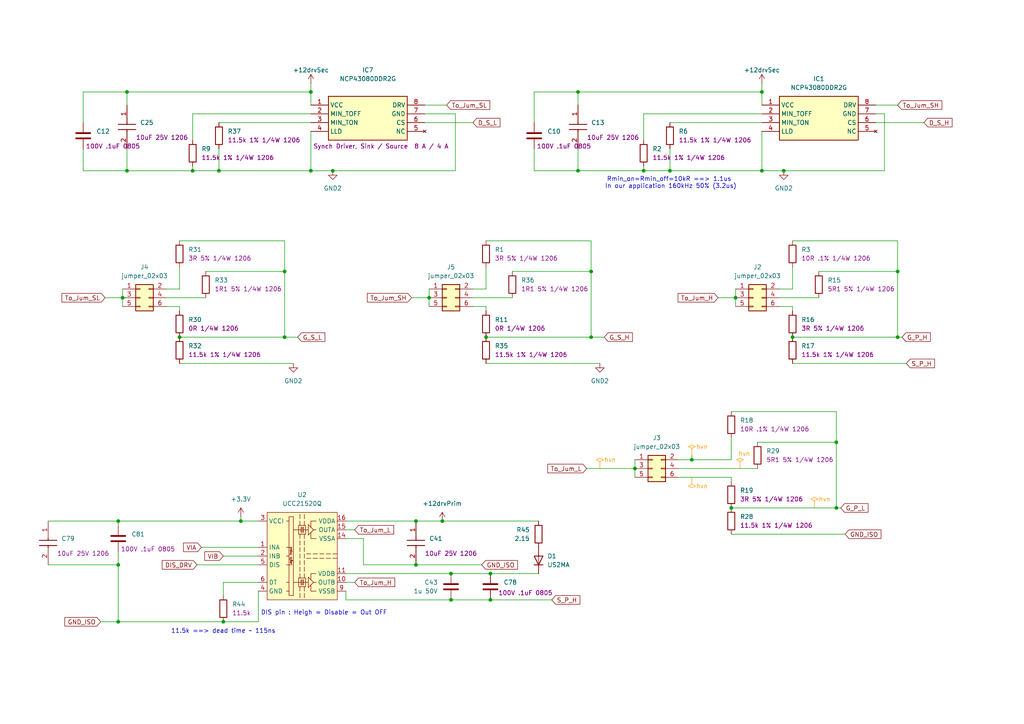
<source format=kicad_sch>
(kicad_sch (version 20250114) (generator "eeschema") (generator_version "9.0")
  (paper "A4")
  (title_block (title "LLC 400V/48V 1200W 100kHz") (date "2025-10-14") (rev "5") (company "Abdelaziz BOUZIANI"))
  (lib_symbols
    (symbol "Connector_Generic:Conn_02x03_Odd_Even" (pin_names (offset 1.016) (hide yes))
      (property "Reference" "J" (at 1.27 5.08 0))
      (property "Value" "Conn_02x03_Odd_Even" (at 1.27 -5.08 0))
      (symbol "Conn_02x03_Odd_Even_1_1"
        (rectangle (start -1.27 3.81) (end 3.81 -3.81) (stroke (width 0.254)) (fill (type background)))
        (rectangle (start -1.27 2.667) (end 0 2.413) (stroke (width 0.1524)))
        (rectangle (start -1.27 0.127) (end 0 -0.127) (stroke (width 0.1524)))
        (rectangle (start -1.27 -2.413) (end 0 -2.667) (stroke (width 0.1524)))
        (rectangle (start 3.81 2.667) (end 2.54 2.413) (stroke (width 0.1524)))
        (rectangle (start 3.81 0.127) (end 2.54 -0.127) (stroke (width 0.1524)))
        (rectangle (start 3.81 -2.413) (end 2.54 -2.667) (stroke (width 0.1524)))
        (pin passive line (at -5.08 2.54 0) (length 3.81) (name "Pin_1") (number "1"))
        (pin passive line (at -5.08 0 0) (length 3.81) (name "Pin_3") (number "3"))
        (pin passive line (at -5.08 -2.54 0) (length 3.81) (name "Pin_5") (number "5"))
        (pin passive line (at 7.62 2.54 180) (length 3.81) (name "Pin_2") (number "2"))
        (pin passive line (at 7.62 0 180) (length 3.81) (name "Pin_4") (number "4"))
        (pin passive line (at 7.62 -2.54 180) (length 3.81) (name "Pin_6") (number "6"))
      )
    )
    (symbol "Device:C" (pin_numbers (hide yes)) (pin_names (offset 0.254))
      (property "Reference" "C" (at 0.635 2.54 0))
      (property "Value" "C" (at 0.635 -2.54 0))
      (symbol "C_0_1"
        (polyline (pts (xy -2.032 0.762) (xy 2.032 0.762)) (stroke (width 0.508)))
        (polyline (pts (xy -2.032 -0.762) (xy 2.032 -0.762)) (stroke (width 0.508)))
      )
      (symbol "C_1_1"
        (pin passive line (at 0 3.81 270) (length 2.794) (name "~") (number "1"))
        (pin passive line (at 0 -3.81 90) (length 2.794) (name "~") (number "2"))
      )
    )
    (symbol "Device:R" (pin_numbers (hide yes)) (pin_names (offset 0))
      (property "Reference" "R" (at 2.032 0 90))
      (property "Value" "R" (at 0 0 90))
      (symbol "R_0_1"
        (rectangle (start -1.016 -2.54) (end 1.016 2.54) (stroke (width 0.254)))
      )
      (symbol "R_1_1"
        (pin passive line (at 0 3.81 270) (length 1.27) (name "~") (number "1"))
        (pin passive line (at 0 -3.81 90) (length 1.27) (name "~") (number "2"))
      )
    )
    (symbol "Diode:US2MA" (pin_numbers (hide yes)) (pin_names (hide yes))
      (property "Reference" "D" (at 0 2.54 0))
      (property "Value" "US2MA" (at 0 -2.54 0))
      (symbol "US2MA_0_1"
        (polyline (pts (xy -1.27 1.27) (xy -1.27 -1.27)) (stroke (width 0.254)))
        (polyline (pts (xy 1.27 1.27) (xy 1.27 -1.27) (xy -1.27 0) (xy 1.27 1.27)) (stroke (width 0.254)))
        (polyline (pts (xy 1.27 0) (xy -1.27 0)))
      )
      (symbol "US2MA_1_1"
        (pin passive line (at -3.81 0 0) (length 2.54) (name "K") (number "1"))
        (pin passive line (at 3.81 0 180) (length 2.54) (name "A") (number "2"))
      )
    )
    (symbol "Driver_FET:UCC21520ADW"
      (property "Reference" "U" (at 0 16.51 0))
      (property "Value" "UCC21520ADW" (at 0 13.97 0))
      (symbol "UCC21520ADW_0_0"
        (polyline (pts (xy -0.635 12.065) (xy -0.635 10.795)))
        (polyline (pts (xy -0.635 10.16) (xy -0.635 8.89)))
        (polyline (pts (xy -0.635 6.35) (xy -0.635 5.08)))
        (polyline (pts (xy -0.254 8.382) (xy -0.254 6.858)) (stroke (width 0.254)))
        (polyline (pts (xy -0.254 7.62) (xy -2.54 7.62)))
        (polyline (pts (xy -0.254 -6.858) (xy -0.254 -8.382)) (stroke (width 0.254)))
        (polyline (pts (xy -0.254 -7.62) (xy -2.54 -7.62)))
        (polyline (pts (xy 0.254 8.382) (xy 0.254 6.858)) (stroke (width 0.254)))
        (polyline (pts (xy 0.254 7.62) (xy 1.778 7.62)))
        (polyline (pts (xy 0.254 -6.858) (xy 0.254 -8.382)) (stroke (width 0.254)))
        (polyline (pts (xy 0.254 -7.62) (xy 1.778 -7.62)))
        (polyline (pts (xy 0.635 10.795) (xy 0.635 12.065)))
        (polyline (pts (xy 0.635 8.89) (xy 0.635 10.16)))
        (polyline (pts (xy 0.635 6.35) (xy 0.635 5.08)))
        (rectangle (start 1.016 8.89) (end -1.016 6.35))
        (rectangle (start 1.016 -6.35) (end -1.016 -8.89))
        (polyline (pts (xy 2.54 0.635) (xy 1.27 0.635)))
        (polyline (pts (xy 2.54 -0.635) (xy 1.27 -0.635)))
        (polyline (pts (xy 3.302 7.62) (xy 1.778 6.096) (xy 1.778 9.144) (xy 3.302 7.62)))
        (polyline (pts (xy 3.302 -7.62) (xy 1.778 -9.144) (xy 1.778 -6.096) (xy 3.302 -7.62)))
        (polyline (pts (xy 4.064 10.16) (xy 2.54 10.16) (xy 2.54 8.382)))
        (polyline (pts (xy 4.064 7.62) (xy 3.302 7.62)))
        (polyline (pts (xy 4.064 5.08) (xy 2.54 5.08) (xy 2.54 6.858)))
        (polyline (pts (xy 4.064 -5.08) (xy 2.54 -5.08) (xy 2.54 -6.858)))
        (polyline (pts (xy 4.064 -7.62) (xy 3.302 -7.62)))
        (polyline (pts (xy 4.064 -10.16) (xy 2.54 -10.16) (xy 2.54 -8.382)))
        (polyline (pts (xy 4.445 0.635) (xy 3.175 0.635)))
        (polyline (pts (xy 4.445 -0.635) (xy 3.175 -0.635)))
        (polyline (pts (xy 6.35 0.635) (xy 5.08 0.635)))
        (polyline (pts (xy 6.35 -0.635) (xy 5.08 -0.635)))
        (polyline (pts (xy 8.255 0.635) (xy 6.985 0.635)))
        (polyline (pts (xy 8.255 -0.635) (xy 6.985 -0.635)))
        (polyline (pts (xy 10.16 0.635) (xy 8.89 0.635)))
        (polyline (pts (xy 10.16 -0.635) (xy 8.89 -0.635)))
        (text "Logic Input" (at -3.302 0 900) (effects (font (size 0.635 0.635))))
      )
      (symbol "UCC21520ADW_0_1"
        (rectangle (start -3.81 11.43) (end -2.54 -11.43))
        (polyline (pts (xy -3.81 10.16) (xy -4.572 10.16)))
        (polyline (pts (xy -3.81 2.54) (xy -4.572 2.54)))
        (polyline (pts (xy -3.81 0) (xy -4.572 0)))
        (polyline (pts (xy -3.81 -2.54) (xy -4.572 -2.54)))
        (polyline (pts (xy -3.81 -7.62) (xy -4.572 -7.62)))
        (polyline (pts (xy -3.81 -10.16) (xy -4.572 -10.16)))
        (polyline (pts (xy -0.635 4.445) (xy -0.635 3.175)))
        (polyline (pts (xy -0.635 2.54) (xy -0.635 1.27)))
        (polyline (pts (xy -0.635 0.635) (xy -0.635 -0.635)))
        (polyline (pts (xy -0.635 -1.27) (xy -0.635 -2.54)))
        (polyline (pts (xy -0.635 -3.175) (xy -0.635 -4.445)))
        (polyline (pts (xy -0.635 -5.08) (xy -0.635 -6.35)))
        (polyline (pts (xy -0.635 -8.89) (xy -0.635 -10.16)))
        (polyline (pts (xy -0.635 -10.795) (xy -0.635 -12.065)))
        (polyline (pts (xy 0.635 4.445) (xy 0.635 3.175)))
        (polyline (pts (xy 0.635 2.54) (xy 0.635 1.27)))
        (polyline (pts (xy 0.635 0.635) (xy 0.635 -0.635)))
        (polyline (pts (xy 0.635 -1.27) (xy 0.635 -2.54)))
        (polyline (pts (xy 0.635 -3.175) (xy 0.635 -4.445)))
        (polyline (pts (xy 0.635 -5.08) (xy 0.635 -6.35)))
        (polyline (pts (xy 0.635 -8.89) (xy 0.635 -10.16)))
        (polyline (pts (xy 0.635 -10.795) (xy 0.635 -12.065)))
        (rectangle (start 10.16 12.7) (end -10.16 -12.7) (fill (type background)))
      )
      (symbol "UCC21520ADW_1_1"
        (pin power_in line (at -12.7 10.16 0) (length 2.54) (name "VCCI") (number "3"))
        (pin passive line (at -12.7 10.16 0) (length 2.54) (hide yes) (name "VCCI") (number "8"))
        (pin input line (at -12.7 2.54 0) (length 2.54) (name "INA") (number "1"))
        (pin input line (at -12.7 0 0) (length 2.54) (name "INB") (number "2"))
        (pin input line (at -12.7 -2.54 0) (length 2.54) (name "DIS") (number "5"))
        (pin passive line (at -12.7 -7.62 0) (length 2.54) (name "DT") (number "6"))
        (pin power_in line (at -12.7 -10.16 0) (length 2.54) (name "GND") (number "4"))
        (pin no_connect line (at -10.16 -5.08 0) (length 2.54) (hide yes) (name "NC") (number "7"))
        (pin no_connect line (at 10.16 2.54 180) (length 2.54) (hide yes) (name "NC") (number "13"))
        (pin no_connect line (at 10.16 -2.54 180) (length 2.54) (hide yes) (name "NC") (number "12"))
        (pin power_in line (at 12.7 10.16 180) (length 2.54) (name "VDDA") (number "16"))
        (pin output line (at 12.7 7.62 180) (length 2.54) (name "OUTA") (number "15"))
        (pin power_in line (at 12.7 5.08 180) (length 2.54) (name "VSSA") (number "14"))
        (pin power_in line (at 12.7 -5.08 180) (length 2.54) (name "VDDB") (number "11"))
        (pin output line (at 12.7 -7.62 180) (length 2.54) (name "OUTB") (number "10"))
        (pin power_in line (at 12.7 -10.16 180) (length 2.54) (name "VSSB") (number "9"))
      )
    )
    (symbol "GRM31CR71E106KA12K:GRM31CR71E106KA12K" (pin_names (hide yes))
      (property "Reference" "C" (at 8.89 6.35 0))
      (property "Value" "GRM31CR71E106KA12K" (at 8.89 3.81 0))
      (symbol "GRM31CR71E106KA12K_1_1"
        (polyline (pts (xy 5.08 0) (xy 5.588 0)) (stroke (width 0.254)))
        (polyline (pts (xy 5.588 2.54) (xy 5.588 -2.54)) (stroke (width 0.254)))
        (polyline (pts (xy 7.112 2.54) (xy 7.112 -2.54)) (stroke (width 0.254)))
        (polyline (pts (xy 7.112 0) (xy 7.62 0)) (stroke (width 0.254)))
        (pin passive line (at 0 0 0) (length 5.08) (name "1") (number "1"))
        (pin passive line (at 12.7 0 180) (length 5.08) (name "2") (number "2"))
      )
    )
    (symbol "NCP43080ADR2G:NCP43080ADR2G"
      (property "Reference" "IC" (at 29.21 7.62 0))
      (property "Value" "NCP43080ADR2G" (at 29.21 5.08 0))
      (symbol "NCP43080ADR2G_1_1"
        (rectangle (start 5.08 2.54) (end 27.94 -10.16) (stroke (width 0.254)) (fill (type background)))
        (pin passive line (at 0 0 0) (length 5.08) (name "VCC") (number "1"))
        (pin passive line (at 0 -2.54 0) (length 5.08) (name "MIN_TOFF") (number "2"))
        (pin passive line (at 0 -5.08 0) (length 5.08) (name "MIN_TON") (number "3"))
        (pin passive line (at 0 -7.62 0) (length 5.08) (name "LLD") (number "4"))
        (pin passive line (at 33.02 0 180) (length 5.08) (name "DRV") (number "8"))
        (pin passive line (at 33.02 -2.54 180) (length 5.08) (name "GND") (number "7"))
        (pin passive line (at 33.02 -5.08 180) (length 5.08) (name "CS") (number "6"))
        (pin no_connect line (at 33.02 -7.62 180) (length 5.08) (name "NC") (number "5"))
      )
    )
    (symbol "power:+12V" (power) (pin_numbers (hide yes)) (pin_names (offset 0) (hide yes))
      (property "Value" "+12V" (at 0 3.556 0))
      (symbol "+12V_0_1"
        (polyline (pts (xy -0.762 1.27) (xy 0 2.54)))
        (polyline (pts (xy 0 2.54) (xy 0.762 1.27)))
        (polyline (pts (xy 0 0) (xy 0 2.54)))
      )
      (symbol "+12V_1_1"
        (pin power_in line (at 0 0 90) (length 0) (name "~") (number "1"))
      )
    )
    (symbol "power:+5V" (power) (pin_numbers (hide yes)) (pin_names (offset 0) (hide yes))
      (property "Value" "+5V" (at 0 3.556 0))
      (symbol "+5V_0_1"
        (polyline (pts (xy -0.762 1.27) (xy 0 2.54)))
        (polyline (pts (xy 0 2.54) (xy 0.762 1.27)))
        (polyline (pts (xy 0 0) (xy 0 2.54)))
      )
      (symbol "+5V_1_1"
        (pin power_in line (at 0 0 90) (length 0) (name "~") (number "1"))
      )
    )
    (symbol "power:GND2" (power) (pin_numbers (hide yes)) (pin_names (offset 0) (hide yes))
      (property "Value" "GND2" (at 0 -3.81 0))
      (symbol "GND2_0_1"
        (polyline (pts (xy 0 0) (xy 0 -1.27) (xy 1.27 -1.27) (xy 0 -2.54) (xy -1.27 -1.27) (xy 0 -1.27)))
      )
      (symbol "GND2_1_1"
        (pin power_in line (at 0 0 270) (length 0) (name "~") (number "1"))
      )
    )
  )
  (text "11.5k ==> dead time ~ 115ns" (at 64.77 183.134 0) (effects (font (size 1.27 1.27))))
  (text "Rmin_on=Rmin_off=10kR ==> 1.1us \nIn our application 160kHz 50% (3.2us)" (at 194.564 53.086 0) (effects (font (size 1.27 1.27))))
  (text "DIS pin : Heigh = Disable = Out OFF" (at 93.98 177.8 0) (effects (font (size 1.27 1.27))))
  (junction (at 140.97 97.79))
  (junction (at 220.98 26.67))
  (junction (at 35.56 86.36))
  (junction (at 82.55 78.74))
  (junction (at 52.07 97.79))
  (junction (at 36.83 26.67))
  (junction (at 242.57 128.27))
  (junction (at 82.55 97.79))
  (junction (at 260.35 97.79))
  (junction (at 34.29 151.13))
  (junction (at 200.66 133.35))
  (junction (at 69.85 151.13))
  (junction (at 128.27 151.13))
  (junction (at 130.81 173.99))
  (junction (at 142.24 173.99))
  (junction (at 186.69 49.53))
  (junction (at 184.15 135.89))
  (junction (at 34.29 180.34))
  (junction (at 34.29 163.83))
  (junction (at 63.5 49.53))
  (junction (at 220.98 49.53))
  (junction (at 90.17 49.53))
  (junction (at 260.35 78.74))
  (junction (at 55.88 49.53))
  (junction (at 96.52 49.53))
  (junction (at 194.31 49.53))
  (junction (at 36.83 49.53))
  (junction (at 167.64 49.53))
  (junction (at 90.17 26.67))
  (junction (at 64.77 180.34))
  (junction (at 120.65 163.83))
  (junction (at 142.24 166.37))
  (junction (at 213.36 86.36))
  (junction (at 171.45 97.79))
  (junction (at 124.46 86.36))
  (junction (at 227.33 49.53))
  (junction (at 120.65 151.13))
  (junction (at 171.45 78.74))
  (junction (at 167.64 26.67))
  (junction (at 130.81 166.37))
  (junction (at 229.87 97.79))
  (junction (at 242.57 147.32))
  (junction (at 212.09 147.32))
  (wire (pts (xy 229.87 83.82) (xy 226.06 83.82)))
  (wire (pts (xy 123.19 33.02) (xy 132.08 33.02)))
  (wire (pts (xy 100.33 173.99) (xy 100.33 171.45)))
  (wire (pts (xy 74.93 168.91) (xy 64.77 168.91)))
  (wire (pts (xy 154.94 26.67) (xy 154.94 35.56)))
  (wire (pts (xy 13.97 151.13) (xy 34.29 151.13)))
  (wire (pts (xy 237.49 78.74) (xy 260.35 78.74)))
  (wire (pts (xy 156.21 151.13) (xy 128.27 151.13)))
  (wire (pts (xy 213.36 83.82) (xy 213.36 86.36)))
  (wire (pts (xy 220.98 26.67) (xy 220.98 30.48)))
  (wire (pts (xy 200.66 132.08) (xy 200.66 133.35)))
  (wire (pts (xy 254 35.56) (xy 267.97 35.56)))
  (wire (pts (xy 137.16 88.9) (xy 140.97 88.9)))
  (wire (pts (xy 227.33 49.53) (xy 256.54 49.53)))
  (wire (pts (xy 196.85 138.43) (xy 212.09 138.43)))
  (wire (pts (xy 74.93 163.83) (xy 57.15 163.83)))
  (wire (pts (xy 63.5 49.53) (xy 90.17 49.53)))
  (wire (pts (xy 229.87 77.47) (xy 229.87 83.82)))
  (wire (pts (xy 140.97 77.47) (xy 140.97 83.82)))
  (wire (pts (xy 52.07 105.41) (xy 85.09 105.41)))
  (wire (pts (xy 52.07 97.79) (xy 82.55 97.79)))
  (wire (pts (xy 140.97 97.79) (xy 171.45 97.79)))
  (wire (pts (xy 184.15 135.89) (xy 184.15 138.43)))
  (wire (pts (xy 167.64 43.18) (xy 167.64 49.53)))
  (wire (pts (xy 74.93 180.34) (xy 64.77 180.34)))
  (wire (pts (xy 154.94 26.67) (xy 167.64 26.67)))
  (wire (pts (xy 100.33 166.37) (xy 130.81 166.37)))
  (wire (pts (xy 140.97 105.41) (xy 173.99 105.41)))
  (wire (pts (xy 24.13 26.67) (xy 36.83 26.67)))
  (wire (pts (xy 96.52 49.53) (xy 132.08 49.53)))
  (wire (pts (xy 154.94 49.53) (xy 167.64 49.53)))
  (wire (pts (xy 69.85 151.13) (xy 69.85 149.86)))
  (wire (pts (xy 105.41 163.83) (xy 120.65 163.83)))
  (wire (pts (xy 90.17 26.67) (xy 90.17 30.48)))
  (wire (pts (xy 167.64 26.67) (xy 220.98 26.67)))
  (wire (pts (xy 105.41 156.21) (xy 100.33 156.21)))
  (wire (pts (xy 63.5 35.56) (xy 90.17 35.56)))
  (wire (pts (xy 90.17 24.13) (xy 90.17 26.67)))
  (wire (pts (xy 260.35 78.74) (xy 260.35 97.79)))
  (wire (pts (xy 69.85 151.13) (xy 74.93 151.13)))
  (wire (pts (xy 13.97 163.83) (xy 34.29 163.83)))
  (wire (pts (xy 52.07 77.47) (xy 52.07 83.82)))
  (wire (pts (xy 171.45 69.85) (xy 171.45 78.74)))
  (wire (pts (xy 212.09 147.32) (xy 242.57 147.32)))
  (wire (pts (xy 30.48 86.36) (xy 35.56 86.36)))
  (wire (pts (xy 96.52 49.53) (xy 90.17 49.53)))
  (wire (pts (xy 100.33 173.99) (xy 130.81 173.99)))
  (wire (pts (xy 55.88 49.53) (xy 63.5 49.53)))
  (wire (pts (xy 229.87 90.17) (xy 229.87 88.9)))
  (wire (pts (xy 100.33 151.13) (xy 120.65 151.13)))
  (wire (pts (xy 140.97 83.82) (xy 137.16 83.82)))
  (wire (pts (xy 213.36 86.36) (xy 213.36 88.9)))
  (wire (pts (xy 229.87 97.79) (xy 260.35 97.79)))
  (wire (pts (xy 36.83 49.53) (xy 55.88 49.53)))
  (wire (pts (xy 154.94 43.18) (xy 154.94 49.53)))
  (wire (pts (xy 64.77 168.91) (xy 64.77 172.72)))
  (wire (pts (xy 212.09 127) (xy 212.09 133.35)))
  (wire (pts (xy 170.18 135.89) (xy 184.15 135.89)))
  (wire (pts (xy 167.64 26.67) (xy 167.64 30.48)))
  (wire (pts (xy 36.83 26.67) (xy 90.17 26.67)))
  (wire (pts (xy 55.88 40.64) (xy 55.88 33.02)))
  (wire (pts (xy 29.21 180.34) (xy 34.29 180.34)))
  (wire (pts (xy 82.55 69.85) (xy 82.55 78.74)))
  (wire (pts (xy 34.29 151.13) (xy 34.29 152.4)))
  (wire (pts (xy 59.69 78.74) (xy 82.55 78.74)))
  (wire (pts (xy 229.87 105.41) (xy 262.89 105.41)))
  (wire (pts (xy 212.09 154.94) (xy 245.11 154.94)))
  (wire (pts (xy 229.87 69.85) (xy 260.35 69.85)))
  (wire (pts (xy 52.07 69.85) (xy 82.55 69.85)))
  (wire (pts (xy 226.06 88.9) (xy 229.87 88.9)))
  (wire (pts (xy 55.88 48.26) (xy 55.88 49.53)))
  (wire (pts (xy 142.24 166.37) (xy 156.21 166.37)))
  (wire (pts (xy 200.66 133.35) (xy 212.09 133.35)))
  (wire (pts (xy 171.45 97.79) (xy 175.26 97.79)))
  (wire (pts (xy 260.35 97.79) (xy 261.62 97.79)))
  (wire (pts (xy 124.46 83.82) (xy 124.46 86.36)))
  (wire (pts (xy 52.07 90.17) (xy 52.07 88.9)))
  (wire (pts (xy 34.29 163.83) (xy 34.29 180.34)))
  (wire (pts (xy 120.65 163.83) (xy 139.7 163.83)))
  (wire (pts (xy 242.57 147.32) (xy 243.84 147.32)))
  (wire (pts (xy 64.77 161.29) (xy 74.93 161.29)))
  (wire (pts (xy 34.29 180.34) (xy 64.77 180.34)))
  (wire (pts (xy 184.15 133.35) (xy 184.15 135.89)))
  (wire (pts (xy 52.07 83.82) (xy 48.26 83.82)))
  (wire (pts (xy 36.83 26.67) (xy 36.83 30.48)))
  (wire (pts (xy 119.38 86.36) (xy 124.46 86.36)))
  (wire (pts (xy 137.16 86.36) (xy 148.59 86.36)))
  (wire (pts (xy 100.33 168.91) (xy 102.87 168.91)))
  (wire (pts (xy 140.97 69.85) (xy 171.45 69.85)))
  (wire (pts (xy 58.42 158.75) (xy 74.93 158.75)))
  (wire (pts (xy 105.41 163.83) (xy 105.41 156.21)))
  (wire (pts (xy 130.81 166.37) (xy 142.24 166.37)))
  (wire (pts (xy 82.55 97.79) (xy 86.36 97.79)))
  (wire (pts (xy 74.93 171.45) (xy 74.93 180.34)))
  (wire (pts (xy 254 30.48) (xy 260.35 30.48)))
  (wire (pts (xy 171.45 78.74) (xy 171.45 97.79)))
  (wire (pts (xy 186.69 33.02) (xy 220.98 33.02)))
  (wire (pts (xy 123.19 35.56) (xy 137.16 35.56)))
  (wire (pts (xy 194.31 35.56) (xy 220.98 35.56)))
  (wire (pts (xy 35.56 83.82) (xy 35.56 86.36)))
  (wire (pts (xy 167.64 49.53) (xy 186.69 49.53)))
  (wire (pts (xy 24.13 26.67) (xy 24.13 35.56)))
  (wire (pts (xy 194.31 43.18) (xy 194.31 49.53)))
  (wire (pts (xy 55.88 33.02) (xy 90.17 33.02)))
  (wire (pts (xy 132.08 33.02) (xy 132.08 49.53)))
  (wire (pts (xy 220.98 38.1) (xy 220.98 49.53)))
  (wire (pts (xy 34.29 151.13) (xy 69.85 151.13)))
  (wire (pts (xy 220.98 24.13) (xy 220.98 26.67)))
  (wire (pts (xy 142.24 173.99) (xy 160.02 173.99)))
  (wire (pts (xy 35.56 86.36) (xy 35.56 88.9)))
  (wire (pts (xy 242.57 128.27) (xy 242.57 147.32)))
  (wire (pts (xy 48.26 88.9) (xy 52.07 88.9)))
  (wire (pts (xy 256.54 33.02) (xy 256.54 49.53)))
  (wire (pts (xy 212.09 119.38) (xy 242.57 119.38)))
  (wire (pts (xy 200.66 133.35) (xy 196.85 133.35)))
  (wire (pts (xy 227.33 49.53) (xy 220.98 49.53)))
  (wire (pts (xy 194.31 49.53) (xy 220.98 49.53)))
  (wire (pts (xy 186.69 49.53) (xy 194.31 49.53)))
  (wire (pts (xy 186.69 40.64) (xy 186.69 33.02)))
  (wire (pts (xy 242.57 119.38) (xy 242.57 128.27)))
  (wire (pts (xy 208.28 86.36) (xy 213.36 86.36)))
  (wire (pts (xy 120.65 151.13) (xy 128.27 151.13)))
  (wire (pts (xy 140.97 90.17) (xy 140.97 88.9)))
  (wire (pts (xy 212.09 138.43) (xy 212.09 139.7)))
  (wire (pts (xy 34.29 160.02) (xy 34.29 163.83)))
  (wire (pts (xy 186.69 48.26) (xy 186.69 49.53)))
  (wire (pts (xy 254 33.02) (xy 256.54 33.02)))
  (wire (pts (xy 260.35 69.85) (xy 260.35 78.74)))
  (wire (pts (xy 226.06 86.36) (xy 237.49 86.36)))
  (wire (pts (xy 130.81 173.99) (xy 142.24 173.99)))
  (wire (pts (xy 24.13 43.18) (xy 24.13 49.53)))
  (wire (pts (xy 219.71 128.27) (xy 242.57 128.27)))
  (wire (pts (xy 82.55 78.74) (xy 82.55 97.79)))
  (wire (pts (xy 48.26 86.36) (xy 59.69 86.36)))
  (wire (pts (xy 24.13 49.53) (xy 36.83 49.53)))
  (wire (pts (xy 63.5 43.18) (xy 63.5 49.53)))
  (wire (pts (xy 90.17 38.1) (xy 90.17 49.53)))
  (wire (pts (xy 100.33 153.67) (xy 102.87 153.67)))
  (wire (pts (xy 148.59 78.74) (xy 171.45 78.74)))
  (wire (pts (xy 123.19 30.48) (xy 129.54 30.48)))
  (wire (pts (xy 36.83 43.18) (xy 36.83 49.53)))
  (wire (pts (xy 196.85 135.89) (xy 219.71 135.89)))
  (wire (pts (xy 124.46 86.36) (xy 124.46 88.9)))
  (global_label "To_Jum_L" (shape input) (at 102.87 153.67 0) (property "Intersheetrefs" "${INTERSHEET_REFS}" (effects (hide yes))))
  (global_label "To_Jum_SL" (shape input) (at 30.48 86.36 180) (property "Intersheetrefs" "${INTERSHEET_REFS}" (effects (hide yes))))
  (global_label "To_Jum_SH" (shape input) (at 260.35 30.48 0) (property "Intersheetrefs" "${INTERSHEET_REFS}" (effects (hide yes))))
  (global_label "G_S_L" (shape input) (at 86.36 97.79 0) (property "Intersheetrefs" "${INTERSHEET_REFS}" (effects (hide yes))))
  (global_label "To_Jum_SL" (shape input) (at 129.54 30.48 0) (property "Intersheetrefs" "${INTERSHEET_REFS}" (effects (hide yes))))
  (global_label "GND_ISO" (shape input) (at 139.7 163.83 0) (property "Intersheetrefs" "${INTERSHEET_REFS}" (effects (hide yes))))
  (global_label "D_S_L" (shape input) (at 137.16 35.56 0) (property "Intersheetrefs" "${INTERSHEET_REFS}" (effects (hide yes))))
  (global_label "G_P_L" (shape input) (at 243.84 147.32 0) (property "Intersheetrefs" "${INTERSHEET_REFS}" (effects (hide yes))))
  (global_label "S_P_H" (shape input) (at 262.89 105.41 0) (property "Intersheetrefs" "${INTERSHEET_REFS}" (effects (hide yes))))
  (global_label "G_P_H" (shape input) (at 261.62 97.79 0) (property "Intersheetrefs" "${INTERSHEET_REFS}" (effects (hide yes))))
  (global_label "To_Jum_H" (shape input) (at 102.87 168.91 0) (property "Intersheetrefs" "${INTERSHEET_REFS}" (effects (hide yes))))
  (global_label "S_P_H" (shape input) (at 160.02 173.99 0) (property "Intersheetrefs" "${INTERSHEET_REFS}" (effects (hide yes))))
  (global_label "G_S_H" (shape input) (at 175.26 97.79 0) (property "Intersheetrefs" "${INTERSHEET_REFS}" (effects (hide yes))))
  (global_label "To_Jum_H" (shape input) (at 208.28 86.36 180) (property "Intersheetrefs" "${INTERSHEET_REFS}" (effects (hide yes))))
  (global_label "VIB" (shape input) (at 64.77 161.29 180) (property "Intersheetrefs" "${INTERSHEET_REFS}" (effects (hide yes))))
  (global_label "To_Jum_L" (shape input) (at 170.18 135.89 180) (property "Intersheetrefs" "${INTERSHEET_REFS}" (effects (hide yes))))
  (global_label "D_S_H" (shape input) (at 267.97 35.56 0) (property "Intersheetrefs" "${INTERSHEET_REFS}" (effects (hide yes))))
  (global_label "To_Jum_SH" (shape input) (at 119.38 86.36 180) (property "Intersheetrefs" "${INTERSHEET_REFS}" (effects (hide yes))))
  (global_label "DIS_DRV" (shape input) (at 57.15 163.83 180) (property "Intersheetrefs" "${INTERSHEET_REFS}" (effects (hide yes))))
  (global_label "GND_ISO" (shape input) (at 245.11 154.94 0) (property "Intersheetrefs" "${INTERSHEET_REFS}" (effects (hide yes))))
  (global_label "GND_ISO" (shape input) (at 29.21 180.34 180) (property "Intersheetrefs" "${INTERSHEET_REFS}" (effects (hide yes))))
  (global_label "VIA" (shape input) (at 58.42 158.75 180) (property "Intersheetrefs" "${INTERSHEET_REFS}" (effects (hide yes))))
  (netclass_flag "" (length 2.54) (shape diamond) (at 214.63 135.89 0) (property "Netclass" "hvn" (at 214.122 131.572 0) (effects (justify left))))
  (netclass_flag "" (length 2.54) (shape diamond) (at 200.66 138.43 180) (property "Netclass" "hvn" (at 201.8665 140.97 0) (effects (justify left))))
  (netclass_flag "" (length 2.54) (shape diamond) (at 200.66 132.08 0) (property "Netclass" "hvn" (at 201.8665 129.54 0) (effects (justify left))))
  (netclass_flag "" (length 2.54) (shape diamond) (at 236.22 147.32 0) (property "Netclass" "hvn" (at 237.4265 144.78 0) (effects (justify left))))
  (netclass_flag "" (length 2.54) (shape diamond) (at 173.99 135.89 0) (property "Netclass" "hvn" (at 175.1965 133.35 0) (effects (justify left))))
  (symbol (lib_id "Device:R") (at 229.87 93.98 0) (unit 1)
    (property "Reference" "R16" (at 232.41 92.7099 0) (effects (justify left)))
    (property "Value" "KTR18EZPJ3R0" (effects (hide yes)))
    (property "Footprint" "Resistor_SMD:R_1206_3216Metric" (effects (hide yes)))
    (property "Datasheet" "https://fscdn.rohm.com/en/products/databook/datasheet/passive/resistor/chip_resistor/ktr-e.pdf" (effects (hide yes)))
    (property "Description" "3R 5% 1/4W 1206" (at 232.41 95.2499 0) (effects (justify left)))
    (property "Mouser Part Number" "755-KTR18EZPJ3R0" (effects (hide yes)))
    (property "Manufacturer_Name  " "ROHM Semiconductor" (effects (hide yes)))
    (property "Manufacturer_Part_Number " "KTR18EZPJ3R0" (effects (hide yes)))
  )
  (symbol (lib_id "Device:R") (at 52.07 93.98 0) (unit 1)
    (property "Reference" "R30" (at 54.61 92.7099 0) (effects (justify left)))
    (property "Value" "CRCW12060000Z0EAC" (effects (hide yes)))
    (property "Footprint" "Resistor_SMD:R_1206_3216Metric" (effects (hide yes)))
    (property "Datasheet" "https://www.vishay.com/docs/28773/crcwce3.pdf" (effects (hide yes)))
    (property "Description" "0R 1/4W 1206" (at 54.61 95.2499 0) (effects (justify left)))
    (property "Mouser Part Number" "71-CRCW12060000Z0EAC" (effects (hide yes)))
    (property "Manufacturer_Name  " "Vishay" (effects (hide yes)))
    (property "Manufacturer_Part_Number " "CRCW12060000Z0EAC" (effects (hide yes)))
  )
  (symbol (lib_id "Device:R") (at 237.49 82.55 0) (unit 1)
    (property "Reference" "R15" (at 240.03 81.2799 0) (effects (justify left)))
    (property "Value" "M251206BB5108JP500" (effects (hide yes)))
    (property "Footprint" "Resistor_SMD:R_1206_3216Metric" (effects (hide yes)))
    (property "Datasheet" "https://www.vishay.com/doc?20031" (effects (hide yes)))
    (property "Description" "5R1 5% 1/4W 1206" (at 240.03 83.8199 0) (effects (justify left)))
    (property "Mouser Part Number" "71-M251206BB5108JP50" (effects (hide yes)))
    (property "Manufacturer_Name  " "Vishay / Dale" (effects (hide yes)))
    (property "Manufacturer_Part_Number " "M251206BB5108JP500" (effects (hide yes)))
  )
  (symbol (lib_id "Device:R") (at 212.09 143.51 0) (unit 1)
    (property "Reference" "R19" (at 214.63 142.2399 0) (effects (justify left)))
    (property "Value" "KTR18EZPJ3R0" (effects (hide yes)))
    (property "Footprint" "Resistor_SMD:R_1206_3216Metric" (effects (hide yes)))
    (property "Datasheet" "https://fscdn.rohm.com/en/products/databook/datasheet/passive/resistor/chip_resistor/ktr-e.pdf" (effects (hide yes)))
    (property "Description" "3R 5% 1/4W 1206" (at 214.63 144.7799 0) (effects (justify left)))
    (property "Mouser Part Number" "755-KTR18EZPJ3R0" (effects (hide yes)))
    (property "Manufacturer_Name  " "ROHM Semiconductor" (effects (hide yes)))
    (property "Manufacturer_Part_Number " "KTR18EZPJ3R0" (effects (hide yes)))
  )
  (symbol (lib_id "Driver_FET:UCC21520ADW") (at 87.63 161.29 0) (unit 1)
    (property "Reference" "U2" (at 87.63 143.51 0))
    (property "Value" "UCC21520Q" (at 87.63 146.05 0))
    (property "Footprint" "Package_SO:SOIC-16W_7.5x10.3mm_P1.27mm" (effects (hide yes)))
    (property "Datasheet" "http://www.ti.com/lit/ds/symlink/ucc21520.pdf" (effects (hide yes)))
    (property "Description" "Isolated Dual-Channel Gate Driver, Output Current 4.0/6.0A, 5.7kV Isolation, 5V UVLO, SOIC-16W" (effects (hide yes)))
  )
  (symbol (lib_id "Device:R") (at 148.59 82.55 0) (unit 1)
    (property "Reference" "R36" (at 151.13 81.2799 0) (effects (justify left)))
    (property "Value" "RC1206JR-071R1L" (effects (hide yes)))
    (property "Footprint" "Resistor_SMD:R_1206_3216Metric" (effects (hide yes)))
    (property "Datasheet" "https://www.mouser.fr/datasheet/3/508/1/PYu-RC_Group_51_RoHS_L_12.pdf" (effects (hide yes)))
    (property "Description" "1R1 5% 1/4W 1206" (at 151.13 83.8199 0) (effects (justify left)))
    (property "Mouser Part Number" "603-RC1206JR-071R1L" (effects (hide yes)))
    (property "Manufacturer_Name  " "YAGEO" (effects (hide yes)))
    (property "Manufacturer_Part_Number " "RC1206JR-071R1L" (effects (hide yes)))
  )
  (symbol (lib_id "Device:C") (at 154.94 39.37 0) (unit 1)
    (property "Reference" "C10" (at 158.75 38.0999 0) (effects (justify left)))
    (property "Value" "SH21B104K101CT" (effects (hide yes)))
    (property "Footprint" "Capacitor_SMD:C_0805_2012Metric" (effects (hide yes)))
    (property "Datasheet" "https://www.mouser.fr/datasheet/3/317/1/WTC_MLCC_Soft_term_SH.pdf" (effects (hide yes)))
    (property "Description" "100V .1uF 0805" (at 163.576 42.418 0))
    (property "Manufacturer_Name" "Walsin" (effects (hide yes)))
    (property "Manufacturer_Part_Number " "SH21B104K101CT" (effects (hide yes)))
    (property "Mouser Part Number" "791-SH21B104K101CT" (effects (hide yes)))
  )
  (symbol (lib_id "Device:R") (at 140.97 101.6 0) (unit 1)
    (property "Reference" "R35" (at 143.51 100.3299 0) (effects (justify left)))
    (property "Value" "RC1206FR-0711K5L" (effects (hide yes)))
    (property "Footprint" "Resistor_SMD:R_1206_3216Metric" (effects (hide yes)))
    (property "Datasheet" "www.mouser.com/catalog/specsheets/YAGEO_PYu_RC_Group_51_RoHS_L_12.pdf" (effects (hide yes)))
    (property "Description" "11.5k 1% 1/4W 1206" (at 143.51 102.8699 0) (effects (justify left)))
    (property "Mouser Part Number" "603-RC1206FR-0711K5L" (effects (hide yes)))
    (property "Manufacturer_Name  " "YAGEO" (effects (hide yes)))
    (property "Manufacturer_Part_Number " "RC1206FR-0711K5L" (effects (hide yes)))
  )
  (symbol (lib_id "Diode:US2MA") (at 156.21 162.56 270) (mirror x) (unit 1)
    (property "Reference" "D1" (at 158.75 161.2899 90) (effects (justify left)))
    (property "Value" "US2MA" (at 158.75 163.8299 90) (effects (justify left)))
    (property "Footprint" "Diode_SMD:D_SMA" (effects (hide yes)))
    (property "Datasheet" "https://www.onsemi.com/pub/Collateral/US2AA-D.PDF" (effects (hide yes)))
    (property "Description" "1000V, 1.5A, General Purpose Rectifier Diode, SMA(DO-214AC)" (effects (hide yes)))
    (property "Sim.Device" "D" (effects (hide yes)))
    (property "Sim.Pins" "1=K 2=A" (effects (hide yes)))
  )
  (symbol (lib_id "Device:R") (at 229.87 101.6 0) (unit 1)
    (property "Reference" "R17" (at 232.41 100.3299 0) (effects (justify left)))
    (property "Value" "RC1206FR-0711K5L" (effects (hide yes)))
    (property "Footprint" "Resistor_SMD:R_1206_3216Metric" (effects (hide yes)))
    (property "Datasheet" "www.mouser.com/catalog/specsheets/YAGEO_PYu_RC_Group_51_RoHS_L_12.pdf" (effects (hide yes)))
    (property "Description" "11.5k 1% 1/4W 1206" (at 232.41 102.8699 0) (effects (justify left)))
    (property "Mouser Part Number" "603-RC1206FR-0711K5L" (effects (hide yes)))
    (property "Manufacturer_Name  " "YAGEO" (effects (hide yes)))
    (property "Manufacturer_Part_Number " "RC1206FR-0711K5L" (effects (hide yes)))
  )
  (symbol (lib_id "power:+12V") (at 220.98 24.13 0) (unit 1)
    (property "Reference" "#PWR011" (effects (hide yes)))
    (property "Value" "+12drvSec" (at 220.98 20.32 0))
    (property "Description" "Power symbol creates a global label with name \"+12V\"" (effects (hide yes)))
  )
  (symbol (lib_id "Device:R") (at 212.09 123.19 0) (unit 1)
    (property "Reference" "R18" (at 214.63 121.9199 0) (effects (justify left)))
    (property "Value" "RNCE1206BTE10R0" (effects (hide yes)))
    (property "Footprint" "Resistor_SMD:R_1206_3216Metric" (effects (hide yes)))
    (property "Datasheet" "https://www.mouser.fr/datasheet/3/1099/1/SEI-RNCE.pdf" (effects (hide yes)))
    (property "Description" "10R .1% 1/4W 1206" (at 214.63 124.4599 0) (effects (justify left)))
    (property "Mouser Part Number" "708-RNCE1206BTE10R0" (effects (hide yes)))
    (property "Manufacturer_Name  " "SEI Stackpole" (effects (hide yes)))
    (property "Manufacturer_Part_Number " "RNCE1206BTE10R0" (effects (hide yes)))
  )
  (symbol (lib_id "Device:R") (at 64.77 176.53 0) (unit 1)
    (property "Reference" "R44" (at 67.31 175.2599 0) (effects (justify left)))
    (property "Value" "RC1206FR-0711K5L" (effects (hide yes)))
    (property "Footprint" "Resistor_SMD:R_1206_3216Metric" (effects (hide yes)))
    (property "Datasheet" "www.mouser.com/catalog/specsheets/YAGEO_PYu_RC_Group_51_RoHS_L_12.pdf" (effects (hide yes)))
    (property "Description" "11.5k" (at 67.31 177.7999 0) (effects (justify left)))
    (property "Mouser Part Number" "603-RC1206FR-0711K5L" (effects (hide yes)))
    (property "Manufacturer_Name  " "YAGEO" (effects (hide yes)))
    (property "Manufacturer_Part_Number " "RC1206FR-0711K5L" (effects (hide yes)))
  )
  (symbol (lib_id "Device:R") (at 63.5 39.37 0) (unit 1)
    (property "Reference" "R37" (at 66.04 38.0999 0) (effects (justify left)))
    (property "Value" "RC1206FR-0711K5L" (effects (hide yes)))
    (property "Footprint" "Resistor_SMD:R_1206_3216Metric" (effects (hide yes)))
    (property "Datasheet" "www.mouser.com/catalog/specsheets/YAGEO_PYu_RC_Group_51_RoHS_L_12.pdf" (effects (hide yes)))
    (property "Description" "11.5k 1% 1/4W 1206" (at 66.04 40.6399 0) (effects (justify left)))
    (property "Mouser Part Number" "603-RC1206FR-0711K5L" (effects (hide yes)))
    (property "Manufacturer_Name  " "YAGEO" (effects (hide yes)))
    (property "Manufacturer_Part_Number " "RC1206FR-0711K5L" (effects (hide yes)))
  )
  (symbol (lib_id "power:+12V") (at 90.17 24.13 0) (unit 1)
    (property "Reference" "#PWR013" (effects (hide yes)))
    (property "Value" "+12drvSec" (at 90.17 20.32 0))
    (property "Description" "Power symbol creates a global label with name \"+12V\"" (effects (hide yes)))
  )
  (symbol (lib_id "GRM31CR71E106KA12K:GRM31CR71E106KA12K") (at 167.64 30.48 270) (unit 1)
    (property "Reference" "C13" (at 171.45 35.5599 90) (effects (justify left)))
    (property "Value" "GRM31CR71E106KA12K" (effects (hide yes)))
    (property "Footprint" "GRM31CR71E106KA12K:GRM31x" (effects (hide yes)))
    (property "Datasheet" "https://search.murata.co.jp/Ceramy/image/img/A01X/G101/ENG/GRM31CR71E106KA12-01CA.pdf" (effects (hide yes)))
    (property "Description" "10uF 25V 1206" (at 177.8 39.878 90))
    (property "Height" "1.25" (effects (hide yes)))
    (property "Mouser Part Number" "81-GRM31CR71E106KA2K" (effects (hide yes)))
    (property "Mouser Price/Stock" "https://www.mouser.co.uk/ProductDetail/Murata-Electronics/GRM31CR71E106KA12K?qs=raY79WRVTyM6xGVExNjdaw%3D%3D" (effects (hide yes)))
    (property "Manufacturer_Name" "Murata Electronics" (effects (hide yes)))
    (property "Manufacturer_Part_Number" "GRM31CR71E106KA12K" (effects (hide yes)))
  )
  (symbol (lib_id "Device:R") (at 219.71 132.08 0) (unit 1)
    (property "Reference" "R29" (at 222.25 130.8099 0) (effects (justify left)))
    (property "Value" "M251206BB5108JP500" (effects (hide yes)))
    (property "Footprint" "Resistor_SMD:R_1206_3216Metric" (effects (hide yes)))
    (property "Datasheet" "https://www.vishay.com/doc?20031" (effects (hide yes)))
    (property "Description" "5R1 5% 1/4W 1206" (at 222.25 133.3499 0) (effects (justify left)))
    (property "Mouser Part Number" "71-M251206BB5108JP50" (effects (hide yes)))
    (property "Manufacturer_Name  " "Vishay / Dale" (effects (hide yes)))
    (property "Manufacturer_Part_Number " "M251206BB5108JP500" (effects (hide yes)))
  )
  (symbol (lib_id "Device:R") (at 52.07 73.66 0) (unit 1)
    (property "Reference" "R31" (at 54.61 72.3899 0) (effects (justify left)))
    (property "Value" "KTR18EZPJ3R0" (effects (hide yes)))
    (property "Footprint" "Resistor_SMD:R_1206_3216Metric" (effects (hide yes)))
    (property "Datasheet" "https://www.rohm.com/datasheet?p=KTR18EZPJ&dist=Mouser&media=referral&source=mouser.com&campaign=Mouser" (effects (hide yes)))
    (property "Description" "3R 5% 1/4W 1206" (at 54.61 74.9299 0) (effects (justify left)))
    (property "Mouser Part Number" "755-KTR18EZPJ3R0" (effects (hide yes)))
    (property "Manufacturer_Name  " "ROHM Semiconductor" (effects (hide yes)))
    (property "Manufacturer_Part_Number " "KTR18EZPJ3R0" (effects (hide yes)))
  )
  (symbol (lib_id "GRM31CR71E106KA12K:GRM31CR71E106KA12K") (at 13.97 151.13 270) (unit 1)
    (property "Reference" "C79" (at 17.78 156.2099 90) (effects (justify left)))
    (property "Value" "GRM31CR71E106KA12K" (effects (hide yes)))
    (property "Footprint" "GRM31CR71E106KA12K:GRM31x" (effects (hide yes)))
    (property "Datasheet" "https://search.murata.co.jp/Ceramy/image/img/A01X/G101/ENG/GRM31CR71E106KA12-01CA.pdf" (effects (hide yes)))
    (property "Description" "10uF 25V 1206" (at 24.13 160.528 90))
    (property "Height" "1.25" (effects (hide yes)))
    (property "Mouser Part Number" "81-GRM31CR71E106KA2K" (effects (hide yes)))
    (property "Mouser Price/Stock" "https://www.mouser.co.uk/ProductDetail/Murata-Electronics/GRM31CR71E106KA12K?qs=raY79WRVTyM6xGVExNjdaw%3D%3D" (effects (hide yes)))
    (property "Manufacturer_Name" "Murata Electronics" (effects (hide yes)))
    (property "Manufacturer_Part_Number" "GRM31CR71E106KA12K" (effects (hide yes)))
  )
  (symbol (lib_id "NCP43080ADR2G:NCP43080ADR2G") (at 220.98 30.48 0) (unit 1)
    (property "Reference" "IC1" (at 237.49 22.86 0))
    (property "Value" "NCP43080DDR2G" (at 237.49 25.4 0))
    (property "Footprint" "Package_SO:SOIC-8_3.9x4.9mm_P1.27mm" (effects (hide yes)))
    (property "Datasheet" "https://www.onsemi.com/download/data-sheet/pdf/ncp43080-d.pdf" (effects (hide yes)))
    (property "Description" "Synch Driver, Sink / Source  8 A / 4 A" (effects (hide yes)))
    (property "Height" "1.75" (effects (hide yes)))
    (property "Mouser Part Number" "863-NCP43080DDR2G" (effects (hide yes)))
    (property "Mouser Price/Stock" "https://www.mouser.co.uk/ProductDetail/onsemi/NCP43080ADR2G?qs=4vGevBu%252B8qm6lzgD6nO%252B4g%3D%3D" (effects (hide yes)))
    (property "Manufacturer_Name" "onsemi" (effects (hide yes)))
    (property "Manufacturer_Part_Number" "NCP43080DDR2G" (effects (hide yes)))
  )
  (symbol (lib_id "power:GND2") (at 96.52 49.53 0) (unit 1)
    (property "Reference" "#PWR014" (effects (hide yes)))
    (property "Value" "GND2" (at 96.52 54.61 0))
    (property "Description" "Power symbol creates a global label with name \"GND2\" , ground" (effects (hide yes)))
  )
  (symbol (lib_id "power:+12V") (at 128.27 151.13 0) (unit 1)
    (property "Reference" "#PWR018" (effects (hide yes)))
    (property "Value" "+12drvPrim" (at 128.27 146.05 0))
    (property "Description" "Power symbol creates a global label with name \"+12V\"" (effects (hide yes)))
  )
  (symbol (lib_id "Connector_Generic:Conn_02x03_Odd_Even") (at 218.44 86.36 0) (unit 1)
    (property "Reference" "J2" (at 219.71 77.47 0))
    (property "Value" "jumper_02x03" (at 219.71 80.01 0))
    (property "Footprint" "Connector_PinHeader_2.54mm:PinHeader_2x03_P2.54mm_Vertical_SMD" (effects (hide yes)))
    (property "Datasheet" "NA" (effects (hide yes)))
    (property "Description" "Connector_PinHeader_2.54mm,PinHeader_2x03_P2.54mm_Vertical" (effects (hide yes)))
  )
  (symbol (lib_id "Device:R") (at 229.87 73.66 0) (unit 1)
    (property "Reference" "R3" (at 232.41 72.3899 0) (effects (justify left)))
    (property "Value" "RNCE1206BTE10R0" (effects (hide yes)))
    (property "Footprint" "Resistor_SMD:R_1206_3216Metric" (effects (hide yes)))
    (property "Datasheet" "https://www.mouser.fr/datasheet/3/1099/1/SEI-RNCE.pdf" (effects (hide yes)))
    (property "Description" "10R .1% 1/4W 1206" (at 232.41 74.9299 0) (effects (justify left)))
    (property "Mouser Part Number" "708-RNCE1206BTE10R0" (effects (hide yes)))
    (property "Manufacturer_Name  " "SEI Stackpole" (effects (hide yes)))
    (property "Manufacturer_Part_Number " "RNCE1206BTE10R0" (effects (hide yes)))
  )
  (symbol (lib_id "Device:R") (at 55.88 44.45 0) (unit 1)
    (property "Reference" "R9" (at 58.42 43.1799 0) (effects (justify left)))
    (property "Value" "RC1206FR-0711K5L" (effects (hide yes)))
    (property "Footprint" "Resistor_SMD:R_1206_3216Metric" (effects (hide yes)))
    (property "Datasheet" "www.mouser.com/catalog/specsheets/YAGEO_PYu_RC_Group_51_RoHS_L_12.pdf" (effects (hide yes)))
    (property "Description" "11.5k 1% 1/4W 1206" (at 58.42 45.7199 0) (effects (justify left)))
    (property "Mouser Part Number" "603-RC1206FR-0711K5L" (effects (hide yes)))
    (property "Manufacturer_Name  " "YAGEO" (effects (hide yes)))
    (property "Manufacturer_Part_Number " "RC1206FR-0711K5L" (effects (hide yes)))
  )
  (symbol (lib_id "Device:R") (at 52.07 101.6 0) (unit 1)
    (property "Reference" "R32" (at 54.61 100.3299 0) (effects (justify left)))
    (property "Value" "RC1206FR-0711K5L" (effects (hide yes)))
    (property "Footprint" "Resistor_SMD:R_1206_3216Metric" (effects (hide yes)))
    (property "Datasheet" "www.mouser.com/catalog/specsheets/YAGEO_PYu_RC_Group_51_RoHS_L_12.pdf" (effects (hide yes)))
    (property "Description" "11.5k 1% 1/4W 1206" (at 54.61 102.8699 0) (effects (justify left)))
    (property "Mouser Part Number" "603-RC1206FR-0711K5L" (effects (hide yes)))
    (property "Manufacturer_Name  " "YAGEO" (effects (hide yes)))
    (property "Manufacturer_Part_Number " "RC1206FR-0711K5L" (effects (hide yes)))
  )
  (symbol (lib_id "Device:R") (at 186.69 44.45 0) (unit 1)
    (property "Reference" "R2" (at 189.23 43.1799 0) (effects (justify left)))
    (property "Value" "RC1206FR-0711K5L" (effects (hide yes)))
    (property "Footprint" "Resistor_SMD:R_1206_3216Metric" (effects (hide yes)))
    (property "Datasheet" "www.mouser.com/catalog/specsheets/YAGEO_PYu_RC_Group_51_RoHS_L_12.pdf" (effects (hide yes)))
    (property "Description" "11.5k 1% 1/4W 1206" (at 189.23 45.7199 0) (effects (justify left)))
    (property "Mouser Part Number" "603-RC1206FR-0711K5L" (effects (hide yes)))
    (property "Manufacturer_Name  " "YAGEO" (effects (hide yes)))
    (property "Manufacturer_Part_Number " "RC1206FR-0711K5L" (effects (hide yes)))
  )
  (symbol (lib_id "Connector_Generic:Conn_02x03_Odd_Even") (at 189.23 135.89 0) (unit 1)
    (property "Reference" "J3" (at 190.5 127 0))
    (property "Value" "jumper_02x03" (at 190.5 129.54 0))
    (property "Footprint" "Connector_PinHeader_2.54mm:PinHeader_2x03_P2.54mm_Vertical_SMD" (effects (hide yes)))
    (property "Datasheet" "NA" (effects (hide yes)))
    (property "Description" "Connector_PinHeader_2.54mm,PinHeader_2x03_P2.54mm_Vertical" (effects (hide yes)))
  )
  (symbol (lib_id "Connector_Generic:Conn_02x03_Odd_Even") (at 129.54 86.36 0) (unit 1)
    (property "Reference" "J5" (at 130.81 77.47 0))
    (property "Value" "jumper_02x03" (at 130.81 80.01 0))
    (property "Footprint" "Connector_PinHeader_2.54mm:PinHeader_2x03_P2.54mm_Vertical_SMD" (effects (hide yes)))
    (property "Datasheet" "NA" (effects (hide yes)))
    (property "Description" "Connector_PinHeader_2.54mm,PinHeader_2x03_P2.54mm_Vertical" (effects (hide yes)))
  )
  (symbol (lib_id "power:+5V") (at 69.85 149.86 0) (unit 1)
    (property "Reference" "#PWR053" (effects (hide yes)))
    (property "Value" "+3.3V" (at 69.85 144.78 0))
    (property "Description" "Power symbol creates a global label with name \"+5V\"" (effects (hide yes)))
  )
  (symbol (lib_id "Device:R") (at 156.21 154.94 0) (mirror x) (unit 1)
    (property "Reference" "R45" (at 153.67 153.6699 0) (effects (justify right)))
    (property "Value" "2.15" (at 153.67 156.2099 0) (effects (justify right)))
    (property "Description" "Resistor" (effects (hide yes)))
  )
  (symbol (lib_id "Device:C") (at 142.24 170.18 0) (unit 1)
    (property "Reference" "C78" (at 146.05 168.9099 0) (effects (justify left)))
    (property "Value" "SH21B104K101CT" (effects (hide yes)))
    (property "Footprint" "Capacitor_SMD:C_0805_2012Metric" (effects (hide yes)))
    (property "Datasheet" "https://www.mouser.fr/datasheet/3/317/1/WTC_MLCC_Soft_term_SH.pdf" (effects (hide yes)))
    (property "Description" "100V .1uF 0805" (at 152.4 171.958 0))
    (property "Manufacturer_Name" "Walsin" (effects (hide yes)))
    (property "Manufacturer_Part_Number " "SH21B104K101CT" (effects (hide yes)))
    (property "Mouser Part Number" "791-SH21B104K101CT" (effects (hide yes)))
  )
  (symbol (lib_id "Device:R") (at 140.97 73.66 0) (unit 1)
    (property "Reference" "R1" (at 143.51 72.3899 0) (effects (justify left)))
    (property "Value" "KTR18EZPJ3R0" (effects (hide yes)))
    (property "Footprint" "Resistor_SMD:R_1206_3216Metric" (effects (hide yes)))
    (property "Datasheet" "https://www.rohm.com/datasheet?p=KTR18EZPJ&dist=Mouser&media=referral&source=mouser.com&campaign=Mouser" (effects (hide yes)))
    (property "Description" "3R 5% 1/4W 1206" (at 143.51 74.9299 0) (effects (justify left)))
    (property "Mouser Part Number" "755-KTR18EZPJ3R0" (effects (hide yes)))
    (property "Manufacturer_Name  " "ROHM Semiconductor" (effects (hide yes)))
    (property "Manufacturer_Part_Number " "KTR18EZPJ3R0" (effects (hide yes)))
  )
  (symbol (lib_id "Device:C") (at 34.29 156.21 0) (unit 1)
    (property "Reference" "C81" (at 38.1 154.9399 0) (effects (justify left)))
    (property "Value" "SH21B104K101CT" (effects (hide yes)))
    (property "Footprint" "Capacitor_SMD:C_0805_2012Metric" (effects (hide yes)))
    (property "Datasheet" "https://www.mouser.fr/datasheet/3/317/1/WTC_MLCC_Soft_term_SH.pdf" (effects (hide yes)))
    (property "Description" "100V .1uF 0805" (at 42.926 159.258 0))
    (property "Manufacturer_Name" "Walsin" (effects (hide yes)))
    (property "Manufacturer_Part_Number " "SH21B104K101CT" (effects (hide yes)))
    (property "Mouser Part Number" "791-SH21B104K101CT" (effects (hide yes)))
  )
  (symbol (lib_id "NCP43080ADR2G:NCP43080ADR2G") (at 90.17 30.48 0) (unit 1)
    (property "Reference" "IC7" (at 106.68 20.32 0))
    (property "Value" "NCP43080DDR2G" (at 106.68 22.86 0))
    (property "Footprint" "Package_SO:SOIC-8_3.9x4.9mm_P1.27mm" (effects (hide yes)))
    (property "Datasheet" "https://www.onsemi.com/download/data-sheet/pdf/ncp43080-d.pdf" (effects (hide yes)))
    (property "Description" "Synch Driver, Sink / Source  8 A / 4 A" (at 110.49 42.418 0))
    (property "Height" "1.75" (effects (hide yes)))
    (property "Mouser Part Number" "863-NCP43080DDR2G" (effects (hide yes)))
    (property "Mouser Price/Stock" "https://www.mouser.co.uk/ProductDetail/onsemi/NCP43080ADR2G?qs=4vGevBu%252B8qm6lzgD6nO%252B4g%3D%3D" (effects (hide yes)))
    (property "Manufacturer_Name" "onsemi" (effects (hide yes)))
    (property "Manufacturer_Part_Number" "NCP43080DDR2G" (effects (hide yes)))
  )
  (symbol (lib_id "power:GND2") (at 227.33 49.53 0) (unit 1)
    (property "Reference" "#PWR012" (effects (hide yes)))
    (property "Value" "GND2" (at 227.33 54.61 0))
    (property "Description" "Power symbol creates a global label with name \"GND2\" , ground" (effects (hide yes)))
  )
  (symbol (lib_id "Device:C") (at 24.13 39.37 0) (unit 1)
    (property "Reference" "C12" (at 27.94 38.0999 0) (effects (justify left)))
    (property "Value" "SH21B104K101CT" (effects (hide yes)))
    (property "Footprint" "Capacitor_SMD:C_0805_2012Metric" (effects (hide yes)))
    (property "Datasheet" "https://www.mouser.fr/datasheet/3/317/1/WTC_MLCC_Soft_term_SH.pdf" (effects (hide yes)))
    (property "Description" "100V .1uF 0805" (at 32.766 42.418 0))
    (property "Manufacturer_Name" "Walsin" (effects (hide yes)))
    (property "Manufacturer_Part_Number " "SH21B104K101CT" (effects (hide yes)))
    (property "Mouser Part Number" "791-SH21B104K101CT" (effects (hide yes)))
  )
  (symbol (lib_id "power:GND2") (at 173.99 105.41 0) (unit 1)
    (property "Reference" "#PWR051" (effects (hide yes)))
    (property "Value" "GND2" (at 173.99 110.49 0))
    (property "Description" "Power symbol creates a global label with name \"GND2\" , ground" (effects (hide yes)))
  )
  (symbol (lib_id "GRM31CR71E106KA12K:GRM31CR71E106KA12K") (at 120.65 151.13 270) (unit 1)
    (property "Reference" "C41" (at 124.46 156.2099 90) (effects (justify left)))
    (property "Value" "GRM31CR71E106KA12K" (effects (hide yes)))
    (property "Footprint" "GRM31CR71E106KA12K:GRM31x" (effects (hide yes)))
    (property "Datasheet" "https://search.murata.co.jp/Ceramy/image/img/A01X/G101/ENG/GRM31CR71E106KA12-01CA.pdf" (effects (hide yes)))
    (property "Description" "10uF 25V 1206" (at 130.81 160.528 90))
    (property "Height" "1.25" (effects (hide yes)))
    (property "Mouser Part Number" "81-GRM31CR71E106KA2K" (effects (hide yes)))
    (property "Mouser Price/Stock" "https://www.mouser.co.uk/ProductDetail/Murata-Electronics/GRM31CR71E106KA12K?qs=raY79WRVTyM6xGVExNjdaw%3D%3D" (effects (hide yes)))
    (property "Manufacturer_Name" "Murata Electronics" (effects (hide yes)))
    (property "Manufacturer_Part_Number" "GRM31CR71E106KA12K" (effects (hide yes)))
  )
  (symbol (lib_id "Device:R") (at 194.31 39.37 0) (unit 1)
    (property "Reference" "R6" (at 196.85 38.0999 0) (effects (justify left)))
    (property "Value" "RC1206FR-0711K5L" (effects (hide yes)))
    (property "Footprint" "Resistor_SMD:R_1206_3216Metric" (effects (hide yes)))
    (property "Datasheet" "www.mouser.com/catalog/specsheets/YAGEO_PYu_RC_Group_51_RoHS_L_12.pdf" (effects (hide yes)))
    (property "Description" "11.5k 1% 1/4W 1206" (at 196.85 40.6399 0) (effects (justify left)))
    (property "Mouser Part Number" "603-RC1206FR-0711K5L" (effects (hide yes)))
    (property "Manufacturer_Name  " "YAGEO" (effects (hide yes)))
    (property "Manufacturer_Part_Number " "RC1206FR-0711K5L" (effects (hide yes)))
  )
  (symbol (lib_id "Device:C") (at 130.81 170.18 0) (mirror y) (unit 1)
    (property "Reference" "C43" (at 127 168.9099 0) (effects (justify left)))
    (property "Value" "1u 50V" (at 127 171.4499 0) (effects (justify left)))
    (property "Description" "Unpolarized capacitor" (effects (hide yes)))
  )
  (symbol (lib_id "Connector_Generic:Conn_02x03_Odd_Even") (at 40.64 86.36 0) (unit 1)
    (property "Reference" "J4" (at 41.91 77.47 0))
    (property "Value" "jumper_02x03" (at 41.91 80.01 0))
    (property "Footprint" "Connector_PinHeader_2.54mm:PinHeader_2x03_P2.54mm_Vertical_SMD" (effects (hide yes)))
    (property "Datasheet" "NA" (effects (hide yes)))
    (property "Description" "Connector_PinHeader_2.54mm,PinHeader_2x03_P2.54mm_Vertical" (effects (hide yes)))
  )
  (symbol (lib_id "Device:R") (at 59.69 82.55 0) (unit 1)
    (property "Reference" "R33" (at 62.23 81.2799 0) (effects (justify left)))
    (property "Value" "RC1206JR-071R1L" (effects (hide yes)))
    (property "Footprint" "Resistor_SMD:R_1206_3216Metric" (effects (hide yes)))
    (property "Datasheet" "https://www.mouser.fr/datasheet/3/508/1/PYu-RC_Group_51_RoHS_L_12.pdf" (effects (hide yes)))
    (property "Description" "1R1 5% 1/4W 1206" (at 62.23 83.8199 0) (effects (justify left)))
    (property "Mouser Part Number" "603-RC1206JR-071R1L" (effects (hide yes)))
    (property "Manufacturer_Name  " "YAGEO" (effects (hide yes)))
    (property "Manufacturer_Part_Number " "RC1206JR-071R1L" (effects (hide yes)))
  )
  (symbol (lib_id "Device:R") (at 212.09 151.13 0) (unit 1)
    (property "Reference" "R28" (at 214.63 149.8599 0) (effects (justify left)))
    (property "Value" "RC1206FR-0711K5L" (effects (hide yes)))
    (property "Footprint" "Resistor_SMD:R_1206_3216Metric" (effects (hide yes)))
    (property "Datasheet" "www.mouser.com/catalog/specsheets/YAGEO_PYu_RC_Group_51_RoHS_L_12.pdf" (effects (hide yes)))
    (property "Description" "11.5k 1% 1/4W 1206" (at 214.63 152.3999 0) (effects (justify left)))
    (property "Mouser Part Number" "603-RC1206FR-0711K5L" (effects (hide yes)))
    (property "Manufacturer_Name  " "YAGEO" (effects (hide yes)))
    (property "Manufacturer_Part_Number " "RC1206FR-0711K5L" (effects (hide yes)))
  )
  (symbol (lib_id "GRM31CR71E106KA12K:GRM31CR71E106KA12K") (at 36.83 30.48 270) (unit 1)
    (property "Reference" "C25" (at 40.64 35.5599 90) (effects (justify left)))
    (property "Value" "GRM31CR71E106KA12K" (effects (hide yes)))
    (property "Footprint" "GRM31CR71E106KA12K:GRM31x" (effects (hide yes)))
    (property "Datasheet" "https://search.murata.co.jp/Ceramy/image/img/A01X/G101/ENG/GRM31CR71E106KA12-01CA.pdf" (effects (hide yes)))
    (property "Description" "10uF 25V 1206" (at 46.99 39.878 90))
    (property "Height" "1.25" (effects (hide yes)))
    (property "Mouser Part Number" "81-GRM31CR71E106KA2K" (effects (hide yes)))
    (property "Mouser Price/Stock" "https://www.mouser.co.uk/ProductDetail/Murata-Electronics/GRM31CR71E106KA12K?qs=raY79WRVTyM6xGVExNjdaw%3D%3D" (effects (hide yes)))
    (property "Manufacturer_Name" "Murata Electronics" (effects (hide yes)))
    (property "Manufacturer_Part_Number" "GRM31CR71E106KA12K" (effects (hide yes)))
  )
  (symbol (lib_id "Device:R") (at 140.97 93.98 0) (unit 1)
    (property "Reference" "R11" (at 143.51 92.7099 0) (effects (justify left)))
    (property "Value" "CRCW12060000Z0EAC" (effects (hide yes)))
    (property "Footprint" "Resistor_SMD:R_1206_3216Metric" (effects (hide yes)))
    (property "Datasheet" "https://www.vishay.com/docs/28773/crcwce3.pdf" (effects (hide yes)))
    (property "Description" "0R 1/4W 1206" (at 143.51 95.2499 0) (effects (justify left)))
    (property "Mouser Part Number" "71-CRCW12060000Z0EAC" (effects (hide yes)))
    (property "Manufacturer_Name  " "Vishay" (effects (hide yes)))
    (property "Manufacturer_Part_Number " "CRCW12060000Z0EAC" (effects (hide yes)))
  )
  (symbol (lib_id "power:GND2") (at 85.09 105.41 0) (unit 1)
    (property "Reference" "#PWR050" (effects (hide yes)))
    (property "Value" "GND2" (at 85.09 110.49 0))
    (property "Description" "Power symbol creates a global label with name \"GND2\" , ground" (effects (hide yes)))
  )
)
</source>
